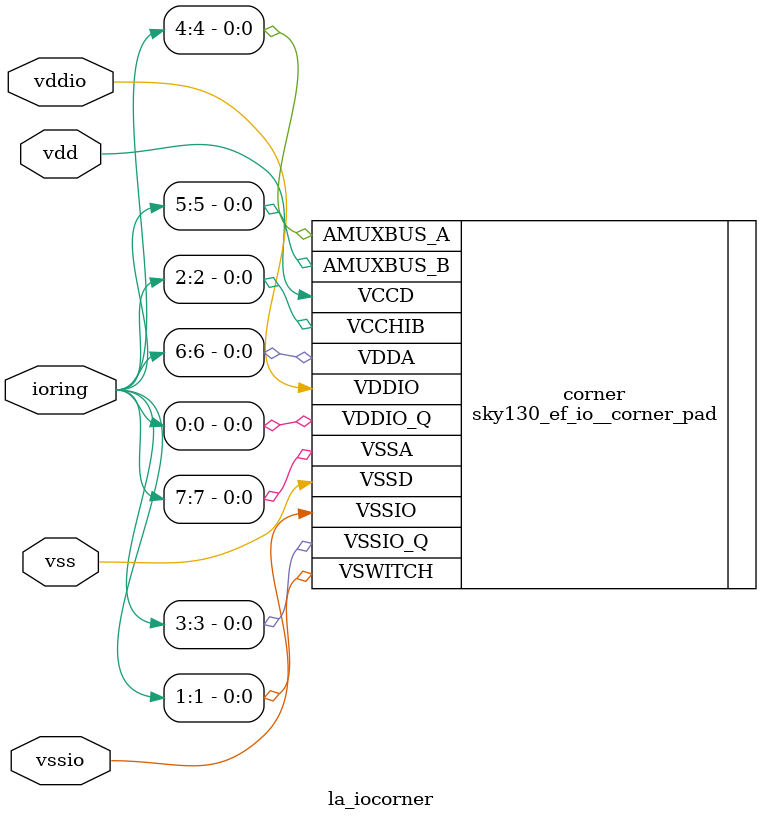
<source format=v>
module la_iocorner
  #(parameter PROP  = "DEFAULT", // cell type
    parameter SIDE  = "NO",      // "NO", "SO", "EA", "WE"
    parameter RINGW =  8         // width of io ring
    )
   (
    inout 	      vdd, // core supply
    inout 	      vss, // core ground
    inout 	      vddio, // io supply
    inout 	      vssio, // io ground
    inout [RINGW-1:0] ioring // generic io-ring interface
    );

   sky130_ef_io__corner_pad
      corner (
             .VDDIO(vddio),
             .VDDIO_Q(ioring[0]),
             .VDDA(ioring[6]),
             .VCCD(vdd),
             .VSWITCH(ioring[1]),
             .VCCHIB(ioring[2]),
             .VSSA(ioring[7]),
             .VSSD(vss),
             .VSSIO_Q(ioring[3]),
             .VSSIO(vssio),
             .AMUXBUS_A(ioring[4]),
	     .AMUXBUS_B(ioring[5]));

endmodule

</source>
